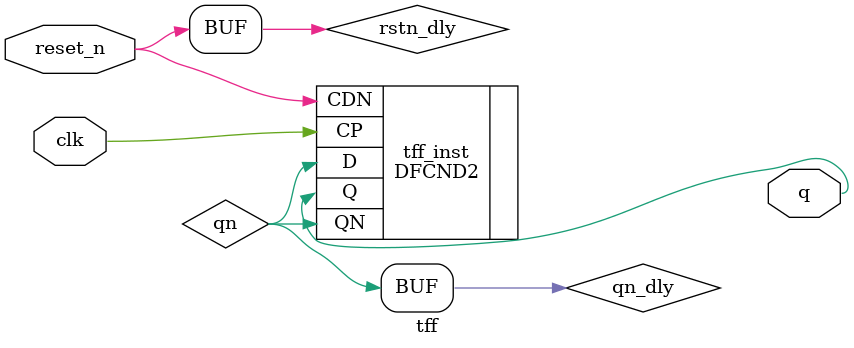
<source format=sv>
`define GATE_IMPL
`timescale 1ns / 10ps

module tff
    (output logic q,  // true output
    input logic clk,          // master clk
    input logic reset_n);     // asynchronous digital reset (active low)

logic qn;

`ifdef GATE_IMPL

logic qn_dly, rstn_dly;
always @(*) qn_dly = #1 qn;
always @(*) rstn_dly = #1 reset_n;

DFCND2 tff_inst(
    .Q(q),
    .QN(qn),
    .D(qn_dly),
    .CDN(rstn_dly),
    .CP(clk));

`else
  always_ff @(posedge clk or negedge reset_n) 
    if (!reset_n)
        q <= 1'b0;
    else 
        q <= ~q; 
`endif // GATE_IMPL

endmodule   

</source>
